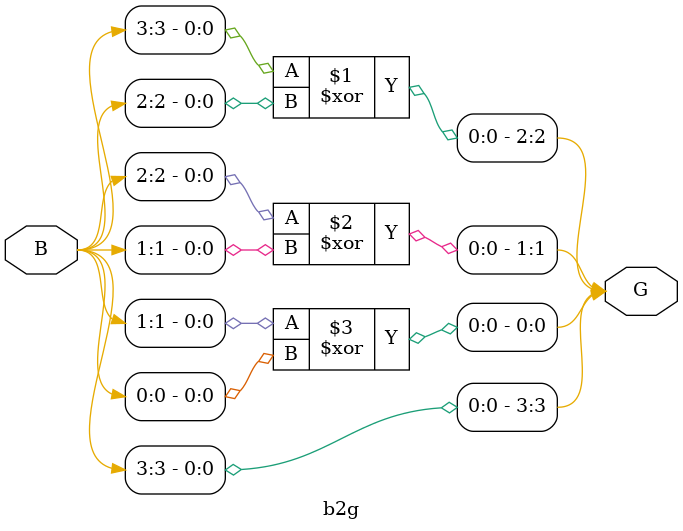
<source format=v>
module b2g(input [3:0]B, output [3:0]G);
  assign G[3]= B[3];
  assign G[2]= B[3]^B[2];
  assign G[1]= B[2]^B[1];
  assign G[0]= B[1]^B[0];
endmodule

</source>
